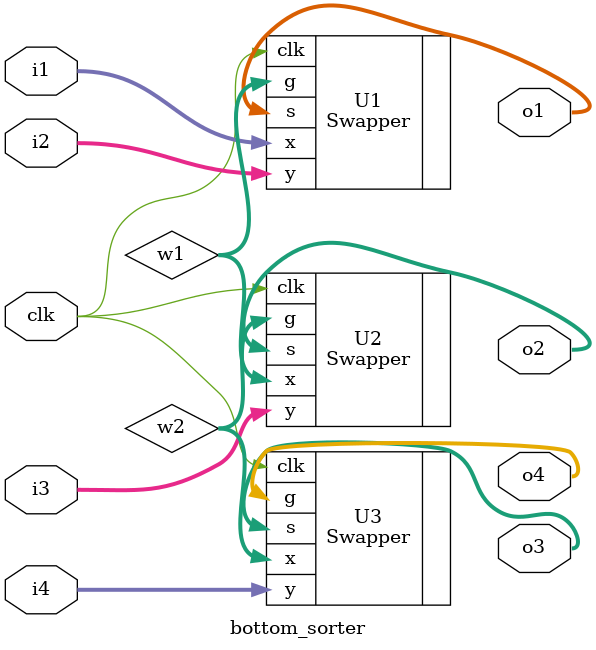
<source format=v>
`timescale 1ns / 1ps

module bottom_sorter
	#(parameter N = 7)
	(
		input wire clk,
		input wire [N-1:0] i1, i2, i3, i4,
		output wire [N-1:0] o1, o2, o3, o4 
    );
	
	wire [N-1:0] w1,w2;
		 
	 Swapper #(.N(N)) U1
	(
		.clk(clk),
		.x(i1),.y(i2),
		.s(o1),.g(w1)
    );
	 
	 Swapper #(.N(N)) U2
	(
		.clk(clk),
		.x(w1),.y(i3),
		.s(o2),.g(w2)
    );

	Swapper #(.N(N)) U3
	(
		.clk(clk),
		.x(w2),.y(i4),
		.s(o3),.g(o4)
    );
	 	 
endmodule

</source>
